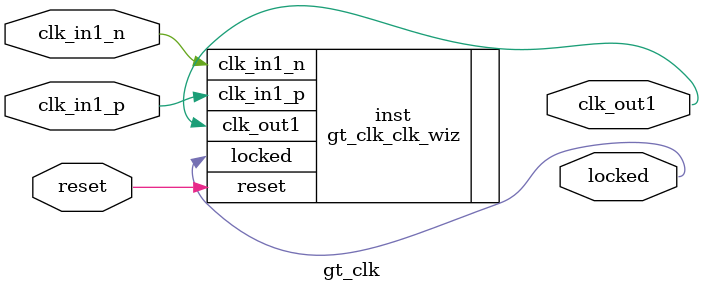
<source format=v>


`timescale 1ps/1ps

(* CORE_GENERATION_INFO = "gt_clk,clk_wiz_v6_0_2_0_0,{component_name=gt_clk,use_phase_alignment=true,use_min_o_jitter=false,use_max_i_jitter=false,use_dyn_phase_shift=false,use_inclk_switchover=false,use_dyn_reconfig=false,enable_axi=0,feedback_source=FDBK_AUTO,PRIMITIVE=MMCM,num_out_clk=1,clkin1_period=8.000,clkin2_period=10.000,use_power_down=false,use_reset=true,use_locked=true,use_inclk_stopped=false,feedback_type=SINGLE,CLOCK_MGR_TYPE=NA,manual_override=false}" *)

module gt_clk 
 (
  // Clock out ports
  output        clk_out1,
  // Status and control signals
  input         reset,
  output        locked,
 // Clock in ports
  input         clk_in1_p,
  input         clk_in1_n
 );

  gt_clk_clk_wiz inst
  (
  // Clock out ports  
  .clk_out1(clk_out1),
  // Status and control signals               
  .reset(reset), 
  .locked(locked),
 // Clock in ports
  .clk_in1_p(clk_in1_p),
  .clk_in1_n(clk_in1_n)
  );

endmodule

</source>
